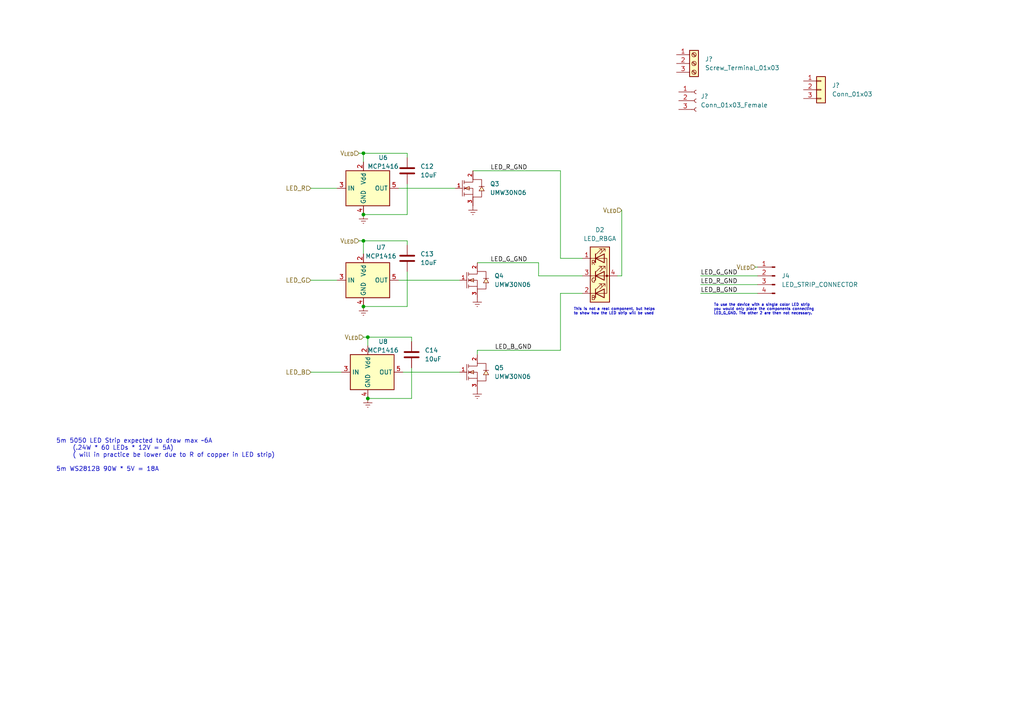
<source format=kicad_sch>
(kicad_sch (version 20211123) (generator eeschema)
  (paper "A4")
  (title_block (title "IoT LED Strip Driver") (date "2023-05-03") (rev "v0.9") (comment 1 "A modular, internet connected driver for 5050 style LED strips"))
  (lib_symbols
    (symbol "Connector:Conn_01x03_Female" (pin_names (offset 1.016) hide)
      (property "Reference" "J" (at 0 5.08 0))
      (property "Value" "Conn_01x03_Female" (at 0 -5.08 0))
      (symbol "Conn_01x03_Female_1_1"
        (arc (start 0 -2.032) (mid -0.508 -2.54) (end 0 -3.048) (stroke (width 0.1524)))
        (polyline (pts (xy -1.27 -2.54) (xy -0.508 -2.54)) (stroke (width 0.1524)))
        (polyline (pts (xy -1.27 0) (xy -0.508 0)) (stroke (width 0.1524)))
        (polyline (pts (xy -1.27 2.54) (xy -0.508 2.54)) (stroke (width 0.1524)))
        (arc (start 0 0.508) (mid -0.508 0) (end 0 -0.508) (stroke (width 0.1524)))
        (arc (start 0 3.048) (mid -0.508 2.54) (end 0 2.032) (stroke (width 0.1524)))
        (pin passive line (at -5.08 2.54 0) (length 3.81) (name "Pin_1") (number "1"))
        (pin passive line (at -5.08 0 0) (length 3.81) (name "Pin_2") (number "2"))
        (pin passive line (at -5.08 -2.54 0) (length 3.81) (name "Pin_3") (number "3"))
      )
    )
    (symbol "Connector:Conn_01x04_Male" (pin_names (offset 1.016) hide)
      (property "Reference" "J" (at 0 5.08 0))
      (property "Value" "Conn_01x04_Male" (at 0 -7.62 0))
      (symbol "Conn_01x04_Male_1_1"
        (polyline (pts (xy 1.27 -5.08) (xy 0.8636 -5.08)) (stroke (width 0.1524)))
        (polyline (pts (xy 1.27 -2.54) (xy 0.8636 -2.54)) (stroke (width 0.1524)))
        (polyline (pts (xy 1.27 0) (xy 0.8636 0)) (stroke (width 0.1524)))
        (polyline (pts (xy 1.27 2.54) (xy 0.8636 2.54)) (stroke (width 0.1524)))
        (rectangle (start 0.8636 -4.953) (end 0 -5.207) (stroke (width 0.1524)) (fill (type outline)))
        (rectangle (start 0.8636 -2.413) (end 0 -2.667) (stroke (width 0.1524)) (fill (type outline)))
        (rectangle (start 0.8636 0.127) (end 0 -0.127) (stroke (width 0.1524)) (fill (type outline)))
        (rectangle (start 0.8636 2.667) (end 0 2.413) (stroke (width 0.1524)) (fill (type outline)))
        (pin passive line (at 5.08 2.54 180) (length 3.81) (name "Pin_1") (number "1"))
        (pin passive line (at 5.08 0 180) (length 3.81) (name "Pin_2") (number "2"))
        (pin passive line (at 5.08 -2.54 180) (length 3.81) (name "Pin_3") (number "3"))
        (pin passive line (at 5.08 -5.08 180) (length 3.81) (name "Pin_4") (number "4"))
      )
    )
    (symbol "Connector:Screw_Terminal_01x03" (pin_names (offset 1.016) hide)
      (property "Reference" "J" (at 0 5.08 0))
      (property "Value" "Screw_Terminal_01x03" (at 0 -5.08 0))
      (symbol "Screw_Terminal_01x03_1_1"
        (rectangle (start -1.27 3.81) (end 1.27 -3.81) (stroke (width 0.254)) (fill (type background)))
        (circle (center 0 -2.54) (radius 0.635) (stroke (width 0.1524)))
        (polyline (pts (xy -0.5334 -2.2098) (xy 0.3302 -3.048)) (stroke (width 0.1524)))
        (polyline (pts (xy -0.5334 0.3302) (xy 0.3302 -0.508)) (stroke (width 0.1524)))
        (polyline (pts (xy -0.5334 2.8702) (xy 0.3302 2.032)) (stroke (width 0.1524)))
        (polyline (pts (xy -0.3556 -2.032) (xy 0.508 -2.8702)) (stroke (width 0.1524)))
        (polyline (pts (xy -0.3556 0.508) (xy 0.508 -0.3302)) (stroke (width 0.1524)))
        (polyline (pts (xy -0.3556 3.048) (xy 0.508 2.2098)) (stroke (width 0.1524)))
        (circle (center 0 0) (radius 0.635) (stroke (width 0.1524)))
        (circle (center 0 2.54) (radius 0.635) (stroke (width 0.1524)))
        (pin passive line (at -5.08 2.54 0) (length 3.81) (name "Pin_1") (number "1"))
        (pin passive line (at -5.08 0 0) (length 3.81) (name "Pin_2") (number "2"))
        (pin passive line (at -5.08 -2.54 0) (length 3.81) (name "Pin_3") (number "3"))
      )
    )
    (symbol "Connector_Generic:Conn_01x03" (pin_names (offset 1.016) hide)
      (property "Reference" "J" (at 0 5.08 0))
      (property "Value" "Conn_01x03" (at 0 -5.08 0))
      (symbol "Conn_01x03_1_1"
        (rectangle (start -1.27 -2.413) (end 0 -2.667) (stroke (width 0.1524)))
        (rectangle (start -1.27 0.127) (end 0 -0.127) (stroke (width 0.1524)))
        (rectangle (start -1.27 2.667) (end 0 2.413) (stroke (width 0.1524)))
        (rectangle (start -1.27 3.81) (end 1.27 -3.81) (stroke (width 0.254)) (fill (type background)))
        (pin passive line (at -5.08 2.54 0) (length 3.81) (name "Pin_1") (number "1"))
        (pin passive line (at -5.08 0 0) (length 3.81) (name "Pin_2") (number "2"))
        (pin passive line (at -5.08 -2.54 0) (length 3.81) (name "Pin_3") (number "3"))
      )
    )
    (symbol "Device:C" (pin_numbers hide) (pin_names (offset 0.254))
      (property "Reference" "C" (at 0.635 2.54 0))
      (property "Value" "C" (at 0.635 -2.54 0))
      (symbol "C_0_1"
        (polyline (pts (xy -2.032 -0.762) (xy 2.032 -0.762)) (stroke (width 0.508)))
        (polyline (pts (xy -2.032 0.762) (xy 2.032 0.762)) (stroke (width 0.508)))
      )
      (symbol "C_1_1"
        (pin passive line (at 0 3.81 270) (length 2.794) (name "~") (number "1"))
        (pin passive line (at 0 -3.81 90) (length 2.794) (name "~") (number "2"))
      )
    )
    (symbol "Device:LED_RBGA" (pin_names (offset 0) hide)
      (property "Reference" "D" (at 0 9.398 0))
      (property "Value" "LED_RBGA" (at 0 -8.89 0))
      (symbol "LED_RBGA_0_0"
        (text "B" (at -1.905 -6.35 0) (effects (font (size 1.27 1.27))))
        (text "G" (at -1.905 -1.27 0) (effects (font (size 1.27 1.27))))
        (text "R" (at -1.905 3.81 0) (effects (font (size 1.27 1.27))))
      )
      (symbol "LED_RBGA_0_1"
        (polyline (pts (xy -1.27 -5.08) (xy -2.54 -5.08)))
        (polyline (pts (xy -1.27 -5.08) (xy 1.27 -5.08)))
        (polyline (pts (xy -1.27 -3.81) (xy -1.27 -6.35)) (stroke (width 0.254)))
        (polyline (pts (xy -1.27 0) (xy -2.54 0)))
        (polyline (pts (xy -1.27 1.27) (xy -1.27 -1.27)) (stroke (width 0.254)))
        (polyline (pts (xy -1.27 5.08) (xy -2.54 5.08)))
        (polyline (pts (xy -1.27 5.08) (xy 1.27 5.08)))
        (polyline (pts (xy -1.27 6.35) (xy -1.27 3.81)) (stroke (width 0.254)))
        (polyline (pts (xy 1.27 0) (xy -1.27 0)))
        (polyline (pts (xy 1.27 0) (xy 2.54 0)))
        (polyline (pts (xy -1.27 1.27) (xy -1.27 -1.27) (xy -1.27 -1.27)))
        (polyline (pts (xy -1.27 6.35) (xy -1.27 3.81) (xy -1.27 3.81)))
        (polyline (pts (xy 1.27 -5.08) (xy 2.032 -5.08) (xy 2.032 5.08) (xy 1.27 5.08)))
        (polyline (pts (xy 1.27 -3.81) (xy 1.27 -6.35) (xy -1.27 -5.08) (xy 1.27 -3.81)) (stroke (width 0.254)))
        (polyline (pts (xy 1.27 1.27) (xy 1.27 -1.27) (xy -1.27 0) (xy 1.27 1.27)) (stroke (width 0.254)))
        (polyline (pts (xy 1.27 6.35) (xy 1.27 3.81) (xy -1.27 5.08) (xy 1.27 6.35)) (stroke (width 0.254)))
        (polyline (pts (xy -1.016 -3.81) (xy 0.508 -2.286) (xy -0.254 -2.286) (xy 0.508 -2.286) (xy 0.508 -3.048)))
        (polyline (pts (xy -1.016 1.27) (xy 0.508 2.794) (xy -0.254 2.794) (xy 0.508 2.794) (xy 0.508 2.032)))
        (polyline (pts (xy -1.016 6.35) (xy 0.508 7.874) (xy -0.254 7.874) (xy 0.508 7.874) (xy 0.508 7.112)))
        (polyline (pts (xy 0 -3.81) (xy 1.524 -2.286) (xy 0.762 -2.286) (xy 1.524 -2.286) (xy 1.524 -3.048)))
        (polyline (pts (xy 0 1.27) (xy 1.524 2.794) (xy 0.762 2.794) (xy 1.524 2.794) (xy 1.524 2.032)))
        (polyline (pts (xy 0 6.35) (xy 1.524 7.874) (xy 0.762 7.874) (xy 1.524 7.874) (xy 1.524 7.112)))
        (rectangle (start 1.27 -1.27) (end 1.27 1.27))
        (rectangle (start 1.27 1.27) (end 1.27 1.27))
        (rectangle (start 1.27 3.81) (end 1.27 6.35))
        (rectangle (start 1.27 6.35) (end 1.27 6.35))
        (circle (center 2.032 0) (radius 0.254) (fill (type outline)))
        (rectangle (start 2.794 8.382) (end -2.794 -7.62) (stroke (width 0.254)) (fill (type background)))
      )
      (symbol "LED_RBGA_1_1"
        (pin passive line (at -5.08 5.08 0) (length 2.54) (name "RK") (number "1"))
        (pin passive line (at -5.08 -5.08 0) (length 2.54) (name "BK") (number "2"))
        (pin passive line (at -5.08 0 0) (length 2.54) (name "GK") (number "3"))
        (pin passive line (at 5.08 0 180) (length 2.54) (name "A") (number "4"))
      )
    )
    (symbol "Driver_FET:MCP1416"
      (property "Reference" "U" (at -5.08 6.35 0))
      (property "Value" "MCP1416" (at 1.27 6.35 0))
      (symbol "MCP1416_0_1"
        (rectangle (start -5.08 5.08) (end 7.62 -5.08) (stroke (width 0.254)) (fill (type background)))
      )
      (symbol "MCP1416_1_1"
        (pin no_connect line (at 7.62 -2.54 180) (length 2.54) hide (name "NC") (number "1"))
        (pin power_in line (at 0 7.62 270) (length 2.54) (name "Vdd") (number "2"))
        (pin input line (at -7.62 0 0) (length 2.54) (name "IN") (number "3"))
        (pin power_in line (at 0 -7.62 90) (length 2.54) (name "GND") (number "4"))
        (pin output line (at 10.16 0 180) (length 2.54) (name "OUT") (number "5"))
      )
    )
    (symbol "UMW30N06:UMW30N06" (pin_names hide)
      (property "Reference" "Q" (at 0 1.27 0))
      (property "Value" "UMW30N06" (at 0 -2.54 0))
      (symbol "UMW30N06_0_1"
        (polyline (pts (xy -3.048 2.286) (xy -3.048 -2.286)))
        (polyline (pts (xy -2.54 -2.286) (xy -2.54 -1.27)))
        (polyline (pts (xy -2.54 -0.508) (xy -2.54 0.508)))
        (polyline (pts (xy -2.54 2.286) (xy -2.54 1.27)))
        (polyline (pts (xy 0 -1.778) (xy -2.54 -1.778)))
        (polyline (pts (xy -2.54 0) (xy -1.016 -0.508) (xy -1.016 0.508) (xy -2.54 0)) (fill (type background)))
        (polyline (pts (xy 2.54 0.508) (xy 1.778 -0.762) (xy 3.302 -0.762) (xy 2.54 0.508)) (fill (type background)))
        (polyline (pts (xy 3.302 0.508) (xy 3.048 0.508) (xy 2.032 0.508) (xy 1.778 0.508)))
        (polyline (pts (xy -2.54 0) (xy 0 0) (xy 0 -2.54) (xy 2.54 -2.54) (xy 2.54 -0.762)))
        (polyline (pts (xy -2.54 1.778) (xy 0 1.778) (xy 0 2.54) (xy 2.54 2.54) (xy 2.54 0.508)))
        (pin unspecified line (at -5.08 0 0) (length 2.032) (name "G") (number "1"))
        (pin unspecified line (at 0 5.08 270) (length 2.54) (name "D") (number "2"))
        (pin unspecified line (at 0 -5.08 90) (length 2.54) (name "S") (number "3"))
      )
    )
    (symbol "power:Earth" (power) (pin_names (offset 0))
      (symbol "Earth_0_1"
        (polyline (pts (xy -0.635 -1.905) (xy 0.635 -1.905)))
        (polyline (pts (xy -0.127 -2.54) (xy 0.127 -2.54)))
        (polyline (pts (xy 0 -1.27) (xy 0 0)))
        (polyline (pts (xy 1.27 -1.27) (xy -1.27 -1.27)))
      )
      (symbol "Earth_1_1"
        (pin power_in line (at 0 0 270) (length 0) hide (name "Earth") (number "1"))
      )
    )
  )
  (junction (at 105.41 62.23))
  (junction (at 106.68 115.57))
  (junction (at 105.41 44.45))
  (junction (at 105.41 88.9))
  (junction (at 106.68 97.79))
  (junction (at 105.41 69.85))
  (wire (pts (xy 168.91 74.93) (xy 162.56 74.93)))
  (wire (pts (xy 203.2 80.01) (xy 219.71 80.01)))
  (wire (pts (xy 104.14 69.85) (xy 105.41 69.85)))
  (wire (pts (xy 105.41 97.79) (xy 106.68 97.79)))
  (wire (pts (xy 90.17 54.61) (xy 97.79 54.61)))
  (wire (pts (xy 118.11 78.74) (xy 118.11 88.9)))
  (wire (pts (xy 219.075 77.47) (xy 219.71 77.47)))
  (wire (pts (xy 138.43 101.6) (xy 162.56 101.6)))
  (wire (pts (xy 115.57 81.28) (xy 133.35 81.28)))
  (wire (pts (xy 104.14 44.45) (xy 105.41 44.45)))
  (wire (pts (xy 118.11 53.34) (xy 118.11 62.23)))
  (wire (pts (xy 203.2 85.09) (xy 219.71 85.09)))
  (wire (pts (xy 105.41 44.45) (xy 105.41 46.99)))
  (wire (pts (xy 162.56 74.93) (xy 162.56 49.53)))
  (wire (pts (xy 106.68 97.79) (xy 119.38 97.79)))
  (wire (pts (xy 162.56 101.6) (xy 162.56 85.09)))
  (wire (pts (xy 118.11 88.9) (xy 105.41 88.9)))
  (wire (pts (xy 105.41 69.85) (xy 105.41 73.66)))
  (wire (pts (xy 90.17 107.95) (xy 99.06 107.95)))
  (wire (pts (xy 118.11 44.45) (xy 105.41 44.45)))
  (wire (pts (xy 156.21 80.01) (xy 168.91 80.01)))
  (wire (pts (xy 138.43 102.87) (xy 138.43 101.6)))
  (wire (pts (xy 105.41 69.85) (xy 118.11 69.85)))
  (wire (pts (xy 162.56 85.09) (xy 168.91 85.09)))
  (wire (pts (xy 162.56 49.53) (xy 137.16 49.53)))
  (wire (pts (xy 118.11 71.12) (xy 118.11 69.85)))
  (wire (pts (xy 119.38 115.57) (xy 106.68 115.57)))
  (wire (pts (xy 118.11 45.72) (xy 118.11 44.45)))
  (wire (pts (xy 119.38 97.79) (xy 119.38 99.06)))
  (wire (pts (xy 118.11 62.23) (xy 105.41 62.23)))
  (wire (pts (xy 203.2 82.55) (xy 219.71 82.55)))
  (wire (pts (xy 119.38 106.68) (xy 119.38 115.57)))
  (wire (pts (xy 156.21 76.2) (xy 156.21 80.01)))
  (wire (pts (xy 116.84 107.95) (xy 133.35 107.95)))
  (wire (pts (xy 115.57 54.61) (xy 132.08 54.61)))
  (wire (pts (xy 180.34 80.01) (xy 179.07 80.01)))
  (wire (pts (xy 138.43 76.2) (xy 156.21 76.2)))
  (wire (pts (xy 106.68 97.79) (xy 106.68 100.33)))
  (wire (pts (xy 90.17 81.28) (xy 97.79 81.28)))
  (wire (pts (xy 180.34 60.96) (xy 180.34 80.01)))
  (text "This is not a real component, but helps \nto show how the LED strip will be used" (at 166.37 91.44 0) (effects (font (size 0.762 0.762)) (justify left bottom)))
  (text "5m 5050 LED Strip expected to draw max ~6A\n	(.24W * 60 LEDs * 12V = 5A)\n	( will in practice be lower due to R of copper in LED strip)\n\n5m WS2812B 90W * 5V = 18A	" (at 16.256 136.906 0) (effects (font (size 1.27 1.27)) (justify left bottom)))
  (text "To use the device with a single color LED strip\nyou would only place the components connecting \nLED_G_GND. The other 2 are then not necessary. " (at 207.01 91.44 0) (effects (font (size 0.762 0.762)) (justify left bottom)))
  (label "LED_B_GND" (at 143.51 101.6 0))
  (label "LED_B_GND" (at 203.2 85.09 0))
  (label "LED_R_GND" (at 142.24 49.53 0))
  (label "LED_G_GND" (at 142.24 76.2 0))
  (label "LED_G_GND" (at 203.2 80.01 0))
  (label "LED_R_GND" (at 203.2 82.55 0))
  (hierarchical_label "LED_G" (shape input) (at 90.17 81.28 180))
  (hierarchical_label "LED_R" (shape input) (at 90.17 54.61 180))
  (hierarchical_label "LED_B" (shape input) (at 90.17 107.95 180))
  (hierarchical_label "V_{LED}" (shape input) (at 219.075 77.47 180))
  (hierarchical_label "V_{LED}" (shape input) (at 104.14 44.45 180))
  (hierarchical_label "V_{LED}" (shape input) (at 180.34 60.96 180))
  (hierarchical_label "V_{LED}" (shape input) (at 104.14 69.85 180))
  (hierarchical_label "V_{LED}" (shape input) (at 105.41 97.79 180))
  (symbol (lib_id "power:Earth") (at 138.43 86.36 0) (unit 1)
    (property "Reference" "#PWR040" (effects hide))
    (property "Value" "Earth" (effects hide))
  )
  (symbol (lib_id "Connector:Conn_01x04_Male") (at 224.79 80.01 0) (mirror y) (unit 1) (in_bom no)
    (property "Reference" "J4" (at 226.695 80.0099 0) (effects (justify right)))
    (property "Value" "LED_STRIP_CONNECTOR" (at 226.695 82.5499 0) (effects (justify right)))
    (property "Footprint" "Connector_PinHeader_2.54mm:PinHeader_1x04_P2.54mm_Vertical" (effects hide))
  )
  (symbol (lib_id "Connector:Screw_Terminal_01x03") (at 201.295 18.415 0) (unit 1)
    (property "Reference" "J?" (at 204.47 17.1449 0) (effects (justify left)))
    (property "Value" "Screw_Terminal_01x03" (at 204.47 19.6849 0) (effects (justify left)))
  )
  (symbol (lib_id "Device:C") (at 118.11 74.93 0) (unit 1)
    (property "Reference" "C13" (at 121.92 73.6599 0) (effects (justify left)))
    (property "Value" "10uF" (at 121.92 76.1999 0) (effects (justify left)))
    (property "Footprint" "Capacitor_SMD:C_0805_2012Metric_Pad1.18x1.45mm_HandSolder" (effects hide))
    (property "Vendor" "https://www.lcsc.com/product-detail/Multilayer-Ceramic-Capacitors-MLCC-SMD-SMT_Murata-Electronics-GRM21BR61C106KE15L_C77075.html" (effects hide))
  )
  (symbol (lib_id "Device:C") (at 119.38 102.87 0) (unit 1)
    (property "Reference" "C14" (at 123.19 101.5999 0) (effects (justify left)))
    (property "Value" "10uF" (at 123.19 104.1399 0) (effects (justify left)))
    (property "Footprint" "Capacitor_SMD:C_0805_2012Metric_Pad1.18x1.45mm_HandSolder" (effects hide))
    (property "Vendor" "https://www.lcsc.com/product-detail/Multilayer-Ceramic-Capacitors-MLCC-SMD-SMT_Murata-Electronics-GRM21BR61C106KE15L_C77075.html" (effects hide))
  )
  (symbol (lib_id "power:Earth") (at 106.68 115.57 0) (unit 1)
    (property "Reference" "#PWR038" (effects hide))
    (property "Value" "Earth" (effects hide))
  )
  (symbol (lib_id "Connector_Generic:Conn_01x03") (at 238.125 26.035 0) (unit 1)
    (property "Reference" "J?" (at 241.3 24.7649 0) (effects (justify left)))
    (property "Value" "Conn_01x03" (at 241.3 27.3049 0) (effects (justify left)))
  )
  (symbol (lib_id "UMW30N06:UMW30N06") (at 138.43 81.28 0) (unit 1)
    (property "Reference" "Q4" (at 143.383 80.0099 0) (effects (justify left)))
    (property "Value" "UMW30N06" (at 143.383 82.5499 0) (effects (justify left)))
    (property "Footprint" "Package_TO_SOT_SMD:TO-252-2" (effects hide))
    (property "Datasheet" "https://item.szlcsc.com/176608.html" (effects hide))
    (property "LCSC" "C369599" (effects hide))
  )
  (symbol (lib_id "Device:C") (at 118.11 49.53 0) (unit 1)
    (property "Reference" "C12" (at 121.92 48.2599 0) (effects (justify left)))
    (property "Value" "10uF" (at 121.92 50.7999 0) (effects (justify left)))
    (property "Footprint" "Capacitor_SMD:C_0805_2012Metric_Pad1.18x1.45mm_HandSolder" (effects hide))
    (property "Vendor" "https://www.lcsc.com/product-detail/Multilayer-Ceramic-Capacitors-MLCC-SMD-SMT_Murata-Electronics-GRM21BR61C106KE15L_C77075.html" (effects hide))
  )
  (symbol (lib_id "UMW30N06:UMW30N06") (at 137.16 54.61 0) (unit 1)
    (property "Reference" "Q3" (at 142.113 53.3399 0) (effects (justify left)))
    (property "Value" "UMW30N06" (at 142.113 55.8799 0) (effects (justify left)))
    (property "Footprint" "Package_TO_SOT_SMD:TO-252-2" (effects hide))
    (property "Datasheet" "https://item.szlcsc.com/176608.html" (effects hide))
    (property "LCSC" "C369599" (effects hide))
  )
  (symbol (lib_id "power:Earth") (at 105.41 62.23 0) (unit 1)
    (property "Reference" "#PWR036" (effects hide))
    (property "Value" "Earth" (effects hide))
  )
  (symbol (lib_id "Driver_FET:MCP1416") (at 106.68 107.95 0) (unit 1)
    (property "Reference" "U8" (at 111.125 99.06 0))
    (property "Value" "MCP1416" (at 111.125 101.6 0))
    (property "Footprint" "Package_TO_SOT_SMD:SOT-23-5_HandSoldering" (effects hide))
    (property "Datasheet" "http://ww1.microchip.com/downloads/en/DeviceDoc/20002092F.pdf" (effects hide))
    (property "LCSC" "C83775 " (effects hide))
  )
  (symbol (lib_id "Driver_FET:MCP1416") (at 105.41 81.28 0) (unit 1)
    (property "Reference" "U7" (at 110.49 71.755 0))
    (property "Value" "MCP1416" (at 110.49 74.295 0))
    (property "Footprint" "Package_TO_SOT_SMD:SOT-23-5_HandSoldering" (effects hide))
    (property "Datasheet" "http://ww1.microchip.com/downloads/en/DeviceDoc/20002092F.pdf" (effects hide))
    (property "LCSC" "C83775 " (effects hide))
  )
  (symbol (lib_id "Connector:Conn_01x03_Female") (at 201.93 29.21 0) (unit 1)
    (property "Reference" "J?" (at 203.2 27.9399 0) (effects (justify left)))
    (property "Value" "Conn_01x03_Female" (at 203.2 30.4799 0) (effects (justify left)))
  )
  (symbol (lib_id "UMW30N06:UMW30N06") (at 138.43 107.95 0) (unit 1)
    (property "Reference" "Q5" (at 143.383 106.6799 0) (effects (justify left)))
    (property "Value" "UMW30N06" (at 143.383 109.2199 0) (effects (justify left)))
    (property "Footprint" "Package_TO_SOT_SMD:TO-252-2" (effects hide))
    (property "Datasheet" "https://item.szlcsc.com/176608.html" (effects hide))
    (property "LCSC" "C369599" (effects hide))
  )
  (symbol (lib_id "Driver_FET:MCP1416") (at 105.41 54.61 0) (unit 1)
    (property "Reference" "U6" (at 111.125 45.72 0))
    (property "Value" "MCP1416" (at 111.125 48.26 0))
    (property "Footprint" "Package_TO_SOT_SMD:SOT-23-5_HandSoldering" (effects hide))
    (property "Datasheet" "http://ww1.microchip.com/downloads/en/DeviceDoc/20002092F.pdf" (effects hide))
    (property "LCSC" "C83775 " (effects hide))
  )
  (symbol (lib_id "power:Earth") (at 138.43 113.03 0) (unit 1)
    (property "Reference" "#PWR041" (effects hide))
    (property "Value" "Earth" (effects hide))
  )
  (symbol (lib_id "power:Earth") (at 137.16 59.69 0) (unit 1)
    (property "Reference" "#PWR039" (effects hide))
    (property "Value" "Earth" (effects hide))
  )
  (symbol (lib_id "Device:LED_RBGA") (at 173.99 80.01 0) (unit 1) (in_bom no) (on_board no)
    (property "Reference" "D2" (at 173.99 66.675 0))
    (property "Value" "LED_RBGA" (at 173.99 69.215 0))
  )
  (symbol (lib_id "power:Earth") (at 105.41 88.9 0) (unit 1)
    (property "Reference" "#PWR037" (effects hide))
    (property "Value" "Earth" (effects hide))
  )
)
</source>
